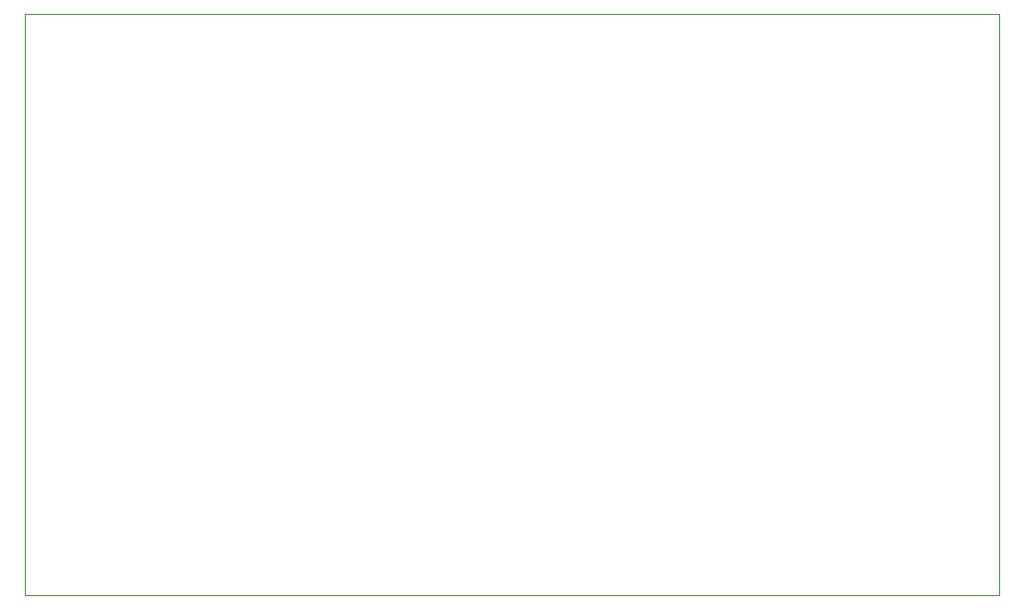
<source format=gbr>
%TF.GenerationSoftware,KiCad,Pcbnew,9.0.7*%
%TF.CreationDate,2026-01-18T00:15:26-06:00*%
%TF.ProjectId,Beginning Project KiCad,42656769-6e6e-4696-9e67-2050726f6a65,0*%
%TF.SameCoordinates,Original*%
%TF.FileFunction,Profile,NP*%
%FSLAX46Y46*%
G04 Gerber Fmt 4.6, Leading zero omitted, Abs format (unit mm)*
G04 Created by KiCad (PCBNEW 9.0.7) date 2026-01-18 00:15:26*
%MOMM*%
%LPD*%
G01*
G04 APERTURE LIST*
%TA.AperFunction,Profile*%
%ADD10C,0.050000*%
%TD*%
G04 APERTURE END LIST*
D10*
X113000000Y-64500000D02*
X196000000Y-64500000D01*
X196000000Y-114000000D01*
X113000000Y-114000000D01*
X113000000Y-64500000D01*
M02*

</source>
